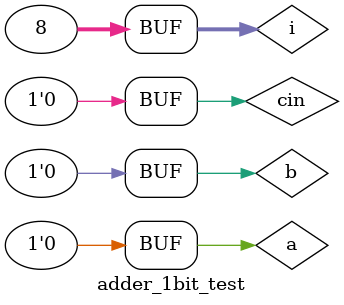
<source format=v>
`timescale 1ns / 1ns
module adder_1bit_test();
    reg a, b, cin;
    wire r, cout;

    adder_1bit adder(a, b, cin, r, cout);
    integer i;
    initial begin
        {a, b, cin} = 3'b000;
        for (i = 0; i < 8; i = i + 1)
            #100 {a, b, cin} = {a, b, cin} + 3'b001;
        
        for (i = 0; i < 8; i = i + 1)
            #100 {a, b, cin} = {a, b, cin} - 3'b001;
        
        #100;
    end
endmodule
</source>
